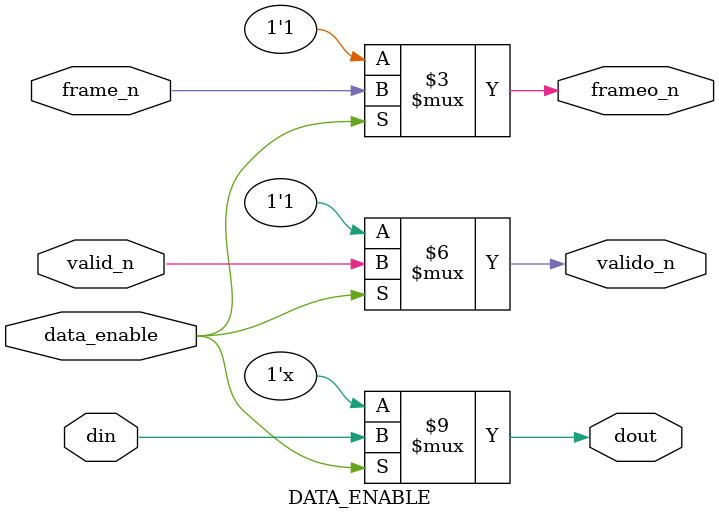
<source format=sv>
`timescale 1ns / 1ps
module DATA_ENABLE(data_enable, din, valid_n, frame_n, dout, valido_n, frameo_n);
    input bit       data_enable;
    input logic     din;
    input logic     valid_n;
    input bit       frame_n;
    
    output logic    dout;
    output logic    valido_n;
    output logic    frameo_n;
    
    always_comb begin
        if(data_enable) begin
            dout     <= din;
            valido_n <= valid_n;
            frameo_n <= frame_n;
        end
        else begin
            dout     <= 1'bx;
            valido_n <= 1'b1;
            frameo_n <= 1'b1;
        end  
    end
    
endmodule

</source>
